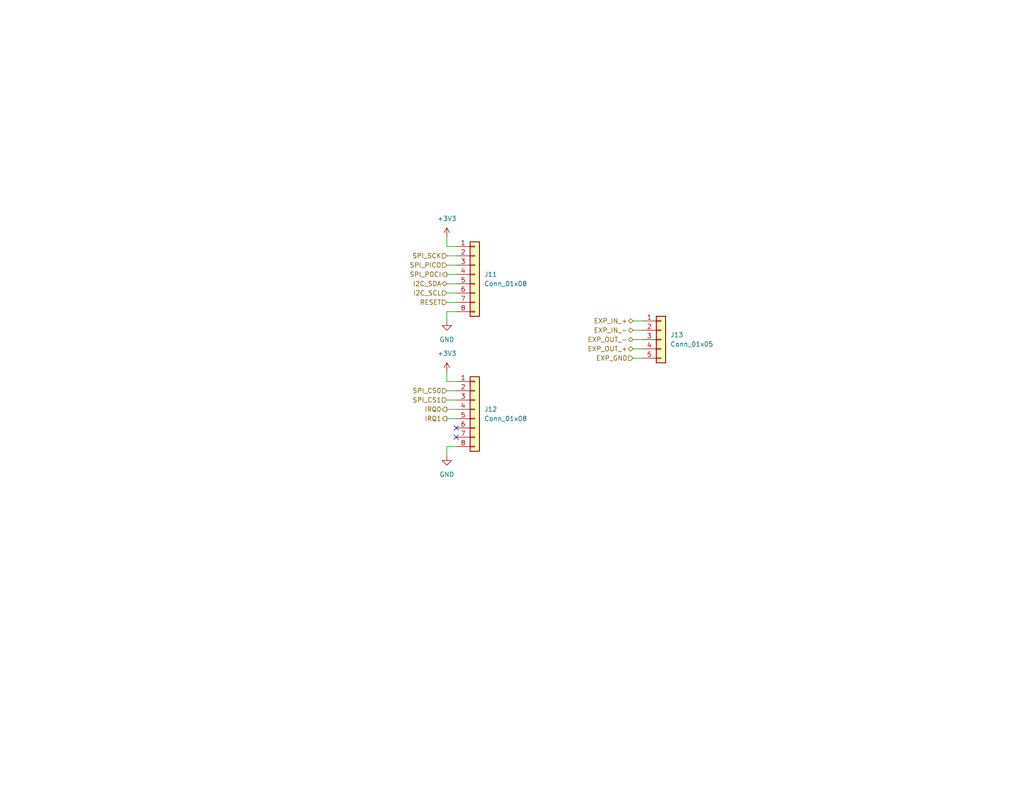
<source format=kicad_sch>
(kicad_sch (version 20231120) (generator "eeschema") (generator_version "8.0")
  (paper "USLetter")
  (title_block (title "Pan Tilt PCB: DMX Port Expansion") (date "2024-07-10") (company "Responsive Environments, MIT Media Lab") (comment 1 "Perry Naseck"))
  (lib_symbols
    (symbol "Connector_Generic:Conn_01x05" (pin_names (offset 1.016) hide)
      (property "Reference" "J" (at 0 7.62 0))
      (property "Value" "Conn_01x05" (at 0 -7.62 0))
      (symbol "Conn_01x05_1_1"
        (rectangle (start -1.27 -4.953) (end 0 -5.207) (stroke (width 0.1524)))
        (rectangle (start -1.27 -2.413) (end 0 -2.667) (stroke (width 0.1524)))
        (rectangle (start -1.27 0.127) (end 0 -0.127) (stroke (width 0.1524)))
        (rectangle (start -1.27 2.667) (end 0 2.413) (stroke (width 0.1524)))
        (rectangle (start -1.27 5.207) (end 0 4.953) (stroke (width 0.1524)))
        (rectangle (start -1.27 6.35) (end 1.27 -6.35) (stroke (width 0.254)) (fill (type background)))
        (pin passive line (at -5.08 5.08 0) (length 3.81) (name "Pin_1") (number "1"))
        (pin passive line (at -5.08 2.54 0) (length 3.81) (name "Pin_2") (number "2"))
        (pin passive line (at -5.08 0 0) (length 3.81) (name "Pin_3") (number "3"))
        (pin passive line (at -5.08 -2.54 0) (length 3.81) (name "Pin_4") (number "4"))
        (pin passive line (at -5.08 -5.08 0) (length 3.81) (name "Pin_5") (number "5"))
      )
    )
    (symbol "Connector_Generic:Conn_01x08" (pin_names (offset 1.016) hide)
      (property "Reference" "J" (at 0 10.16 0))
      (property "Value" "Conn_01x08" (at 0 -12.7 0))
      (symbol "Conn_01x08_1_1"
        (rectangle (start -1.27 -10.033) (end 0 -10.287) (stroke (width 0.1524)))
        (rectangle (start -1.27 -7.493) (end 0 -7.747) (stroke (width 0.1524)))
        (rectangle (start -1.27 -4.953) (end 0 -5.207) (stroke (width 0.1524)))
        (rectangle (start -1.27 -2.413) (end 0 -2.667) (stroke (width 0.1524)))
        (rectangle (start -1.27 0.127) (end 0 -0.127) (stroke (width 0.1524)))
        (rectangle (start -1.27 2.667) (end 0 2.413) (stroke (width 0.1524)))
        (rectangle (start -1.27 5.207) (end 0 4.953) (stroke (width 0.1524)))
        (rectangle (start -1.27 7.747) (end 0 7.493) (stroke (width 0.1524)))
        (rectangle (start -1.27 8.89) (end 1.27 -11.43) (stroke (width 0.254)) (fill (type background)))
        (pin passive line (at -5.08 7.62 0) (length 3.81) (name "Pin_1") (number "1"))
        (pin passive line (at -5.08 5.08 0) (length 3.81) (name "Pin_2") (number "2"))
        (pin passive line (at -5.08 2.54 0) (length 3.81) (name "Pin_3") (number "3"))
        (pin passive line (at -5.08 0 0) (length 3.81) (name "Pin_4") (number "4"))
        (pin passive line (at -5.08 -2.54 0) (length 3.81) (name "Pin_5") (number "5"))
        (pin passive line (at -5.08 -5.08 0) (length 3.81) (name "Pin_6") (number "6"))
        (pin passive line (at -5.08 -7.62 0) (length 3.81) (name "Pin_7") (number "7"))
        (pin passive line (at -5.08 -10.16 0) (length 3.81) (name "Pin_8") (number "8"))
      )
    )
    (symbol "power:+3V3" (power) (pin_numbers hide) (pin_names (offset 0) hide)
      (property "Value" "+3V3" (at 0 3.556 0))
      (symbol "+3V3_0_1"
        (polyline (pts (xy -0.762 1.27) (xy 0 2.54)))
        (polyline (pts (xy 0 0) (xy 0 2.54)))
        (polyline (pts (xy 0 2.54) (xy 0.762 1.27)))
      )
      (symbol "+3V3_1_1"
        (pin power_in line (at 0 0 90) (length 0) (name "~") (number "1"))
      )
    )
    (symbol "power:GND" (power) (pin_numbers hide) (pin_names (offset 0) hide)
      (property "Value" "GND" (at 0 -3.81 0))
      (symbol "GND_0_1"
        (polyline (pts (xy 0 0) (xy 0 -1.27) (xy 1.27 -1.27) (xy 0 -2.54) (xy -1.27 -1.27) (xy 0 -1.27)))
      )
      (symbol "GND_1_1"
        (pin power_in line (at 0 0 270) (length 0) (name "~") (number "1"))
      )
    )
  )
  (no_connect (at 124.46 116.84))
  (no_connect (at 124.46 119.38))
  (wire (pts (xy 121.92 111.76) (xy 124.46 111.76)))
  (wire (pts (xy 172.72 97.79) (xy 175.26 97.79)))
  (wire (pts (xy 172.72 87.63) (xy 175.26 87.63)))
  (wire (pts (xy 121.92 82.55) (xy 124.46 82.55)))
  (wire (pts (xy 121.92 67.31) (xy 124.46 67.31)))
  (wire (pts (xy 121.92 80.01) (xy 124.46 80.01)))
  (wire (pts (xy 121.92 114.3) (xy 124.46 114.3)))
  (wire (pts (xy 121.92 109.22) (xy 124.46 109.22)))
  (wire (pts (xy 124.46 85.09) (xy 121.92 85.09)))
  (wire (pts (xy 172.72 95.25) (xy 175.26 95.25)))
  (wire (pts (xy 121.92 121.92) (xy 124.46 121.92)))
  (wire (pts (xy 121.92 64.77) (xy 121.92 67.31)))
  (wire (pts (xy 121.92 72.39) (xy 124.46 72.39)))
  (wire (pts (xy 121.92 104.14) (xy 124.46 104.14)))
  (wire (pts (xy 172.72 92.71) (xy 175.26 92.71)))
  (wire (pts (xy 121.92 106.68) (xy 124.46 106.68)))
  (wire (pts (xy 121.92 74.93) (xy 124.46 74.93)))
  (wire (pts (xy 121.92 77.47) (xy 124.46 77.47)))
  (wire (pts (xy 121.92 124.46) (xy 121.92 121.92)))
  (wire (pts (xy 121.92 85.09) (xy 121.92 87.63)))
  (wire (pts (xy 121.92 101.6) (xy 121.92 104.14)))
  (wire (pts (xy 121.92 69.85) (xy 124.46 69.85)))
  (wire (pts (xy 172.72 90.17) (xy 175.26 90.17)))
  (hierarchical_label "SPI_CS1" (shape input) (at 121.92 109.22 180))
  (hierarchical_label "IRQ0" (shape output) (at 121.92 111.76 180))
  (hierarchical_label "I2C_SDA" (shape bidirectional) (at 121.92 77.47 180))
  (hierarchical_label "SPI_CS0" (shape input) (at 121.92 106.68 180))
  (hierarchical_label "RESET" (shape input) (at 121.92 82.55 180))
  (hierarchical_label "SPI_SCK" (shape input) (at 121.92 69.85 180))
  (hierarchical_label "EXP_GND" (shape input) (at 172.72 97.79 180))
  (hierarchical_label "SPI_PICO" (shape input) (at 121.92 72.39 180))
  (hierarchical_label "EXP_OUT_+" (shape bidirectional) (at 172.72 95.25 180))
  (hierarchical_label "I2C_SCL" (shape input) (at 121.92 80.01 180))
  (hierarchical_label "EXP_IN_+" (shape bidirectional) (at 172.72 87.63 180))
  (hierarchical_label "EXP_OUT_-" (shape bidirectional) (at 172.72 92.71 180))
  (hierarchical_label "SPI_POCI" (shape output) (at 121.92 74.93 180))
  (hierarchical_label "IRQ1" (shape output) (at 121.92 114.3 180))
  (hierarchical_label "EXP_IN_-" (shape bidirectional) (at 172.72 90.17 180))
  (symbol (lib_id "power:+3V3") (at 121.92 64.77 0) (unit 1)
    (property "Reference" "#PWR060" (effects (hide yes)))
    (property "Value" "+3V3" (at 121.92 59.69 0))
    (property "Description" "Power symbol creates a global label with name \"+3V3\"" (effects (hide yes)))
  )
  (symbol (lib_id "Connector_Generic:Conn_01x05") (at 180.34 92.71 0) (unit 1)
    (property "Reference" "J13" (at 182.88 91.4399 0) (effects (justify left)))
    (property "Value" "Conn_01x05" (at 182.88 93.9799 0) (effects (justify left)))
    (property "Description" "Generic connector, single row, 01x05, script generated (kicad-library-utils/schlib/autogen/connector/)" (effects (hide yes)))
  )
  (symbol (lib_id "power:GND") (at 121.92 87.63 0) (unit 1)
    (property "Reference" "#PWR061" (effects (hide yes)))
    (property "Value" "GND" (at 121.92 92.71 0))
    (property "Description" "Power symbol creates a global label with name \"GND\" , ground" (effects (hide yes)))
  )
  (symbol (lib_id "Connector_Generic:Conn_01x08") (at 129.54 111.76 0) (unit 1)
    (property "Reference" "J12" (at 132.08 111.7599 0) (effects (justify left)))
    (property "Value" "Conn_01x08" (at 132.08 114.2999 0) (effects (justify left)))
    (property "Description" "Generic connector, single row, 01x08, script generated (kicad-library-utils/schlib/autogen/connector/)" (effects (hide yes)))
  )
  (symbol (lib_id "power:GND") (at 121.92 124.46 0) (unit 1)
    (property "Reference" "#PWR063" (effects (hide yes)))
    (property "Value" "GND" (at 121.92 129.54 0))
    (property "Description" "Power symbol creates a global label with name \"GND\" , ground" (effects (hide yes)))
  )
  (symbol (lib_id "power:+3V3") (at 121.92 101.6 0) (unit 1)
    (property "Reference" "#PWR062" (effects (hide yes)))
    (property "Value" "+3V3" (at 121.92 96.52 0))
    (property "Description" "Power symbol creates a global label with name \"+3V3\"" (effects (hide yes)))
  )
  (symbol (lib_id "Connector_Generic:Conn_01x08") (at 129.54 74.93 0) (unit 1)
    (property "Reference" "J11" (at 132.08 74.9299 0) (effects (justify left)))
    (property "Value" "Conn_01x08" (at 132.08 77.4699 0) (effects (justify left)))
    (property "Description" "Generic connector, single row, 01x08, script generated (kicad-library-utils/schlib/autogen/connector/)" (effects (hide yes)))
  )
)
</source>
